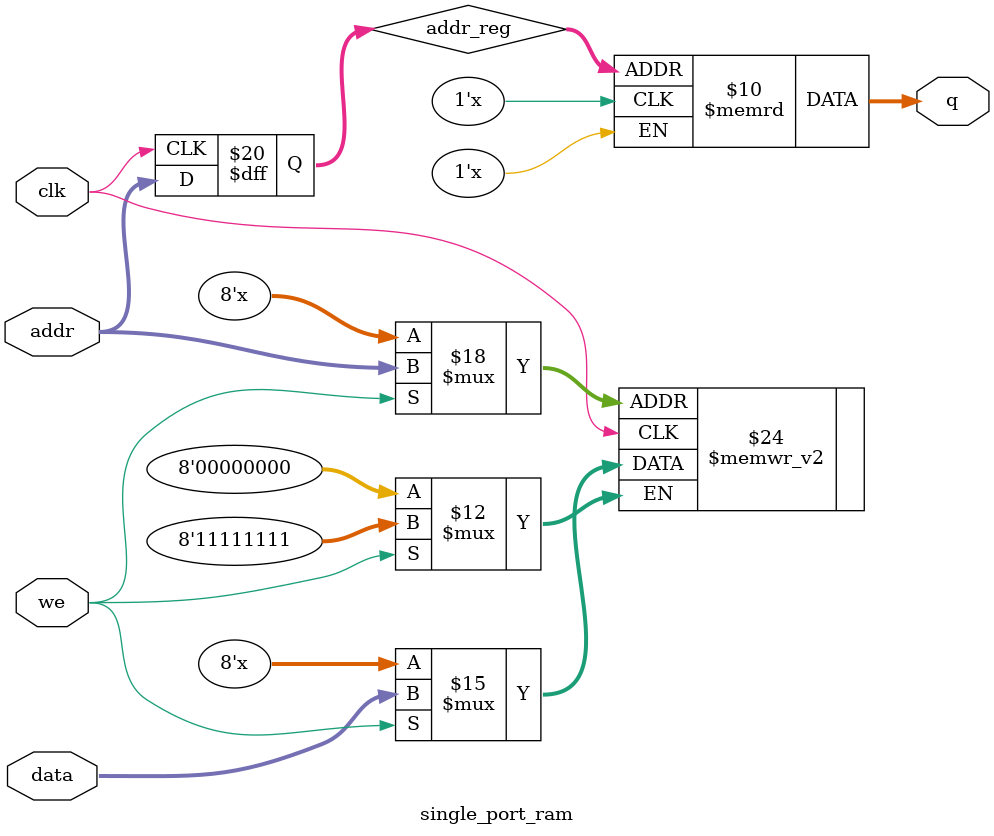
<source format=v>
`timescale 1ns / 1ps

module single_port_ram(
    input [7:0] data,    // 8-bit input data
    input [7:0] addr,    // 8-bit address (increased to 256 locations)
    input we,            // Write enable signal
    input clk,           // Clock signal
    output reg [7:0] q   // 8-bit output data
);
    
    // Declare a 256x8-bit RAM
    reg [7:0] ram [255:0];
    
    // Address register to hold the read address for asynchronous read
    reg [7:0] addr_reg;
    
    // Synchronous write and address capture
    always @(posedge clk) begin
        if (we) begin
            ram[addr] <= data;  // Write data to the memory location at addr
        end
        addr_reg <= addr;       // Update the address register with the current address
    end
    
    // Asynchronous read (output based on the registered address)
    always @(*) begin
        q = ram[addr_reg];      // Output the data from the memory location stored in addr_reg
    end
    
endmodule








































































































































































































//comment

</source>
